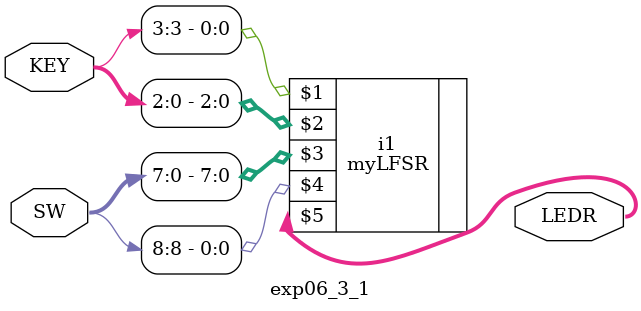
<source format=v>


module exp06_3_1(

	//////////// KEY //////////
	input 		     [3:0]		KEY,

	//////////// SW //////////
	input 		     [8:0]		SW,

	//////////// LED //////////
	output		     [7:0]		LEDR
);



//=======================================================
//  REG/WIRE declarations
//=======================================================

myLFSR i1(KEY[3], KEY[2:0], SW[7:0], SW[8], LEDR[7:0]);

//=======================================================
//  Structural coding
//=======================================================



endmodule

</source>
